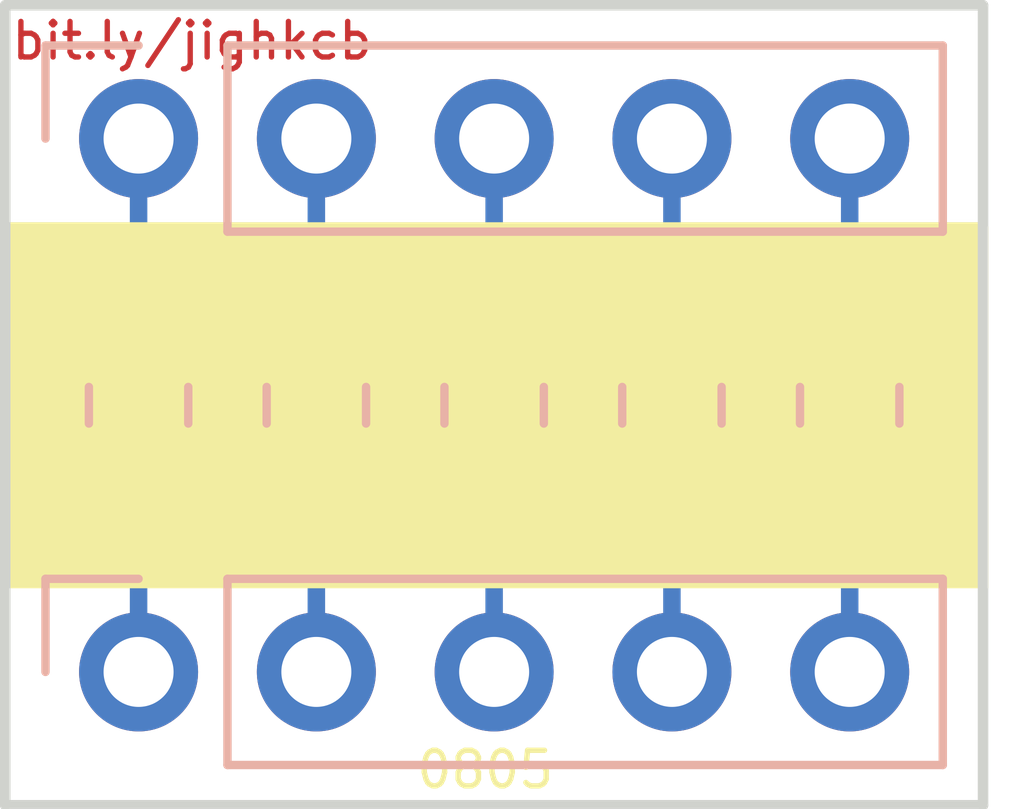
<source format=kicad_pcb>
(kicad_pcb (version 20171130) (host pcbnew 5.0.2-bee76a0~70~ubuntu18.04.1)

  (general
    (thickness 1.6)
    (drawings 7)
    (tracks 10)
    (zones 0)
    (modules 7)
    (nets 11)
  )

  (page A4)
  (layers
    (0 F.Cu signal)
    (31 B.Cu signal)
    (32 B.Adhes user)
    (33 F.Adhes user)
    (34 B.Paste user)
    (35 F.Paste user)
    (36 B.SilkS user)
    (37 F.SilkS user)
    (38 B.Mask user)
    (39 F.Mask user)
    (40 Dwgs.User user)
    (41 Cmts.User user)
    (42 Eco1.User user)
    (43 Eco2.User user)
    (44 Edge.Cuts user)
    (45 Margin user)
    (46 B.CrtYd user)
    (47 F.CrtYd user)
    (48 B.Fab user)
    (49 F.Fab user)
  )

  (setup
    (last_trace_width 0.25)
    (trace_clearance 0.2)
    (zone_clearance 0.508)
    (zone_45_only no)
    (trace_min 0.2)
    (segment_width 0.127)
    (edge_width 0.15)
    (via_size 0.8)
    (via_drill 0.4)
    (via_min_size 0.4)
    (via_min_drill 0.3)
    (uvia_size 0.3)
    (uvia_drill 0.1)
    (uvias_allowed no)
    (uvia_min_size 0.2)
    (uvia_min_drill 0.1)
    (pcb_text_width 0.3)
    (pcb_text_size 1.5 1.5)
    (mod_edge_width 0.15)
    (mod_text_size 1 1)
    (mod_text_width 0.15)
    (pad_size 1.7 1.7)
    (pad_drill 1)
    (pad_to_mask_clearance 0.051)
    (solder_mask_min_width 0.25)
    (aux_axis_origin 0 0)
    (visible_elements FFFFFF7F)
    (pcbplotparams
      (layerselection 0x010f0_ffffffff)
      (usegerberextensions false)
      (usegerberattributes false)
      (usegerberadvancedattributes false)
      (creategerberjobfile false)
      (excludeedgelayer true)
      (linewidth 0.100000)
      (plotframeref false)
      (viasonmask false)
      (mode 1)
      (useauxorigin false)
      (hpglpennumber 1)
      (hpglpenspeed 20)
      (hpglpendiameter 15.000000)
      (psnegative false)
      (psa4output false)
      (plotreference true)
      (plotvalue true)
      (plotinvisibletext false)
      (padsonsilk false)
      (subtractmaskfromsilk false)
      (outputformat 1)
      (mirror false)
      (drillshape 0)
      (scaleselection 1)
      (outputdirectory "sot89-5/"))
  )

  (net 0 "")
  (net 1 "Net-(J10-Pad1)")
  (net 2 "Net-(J10-Pad2)")
  (net 3 "Net-(J10-Pad3)")
  (net 4 "Net-(J10-Pad4)")
  (net 5 "Net-(J10-Pad5)")
  (net 6 "Net-(J13-Pad5)")
  (net 7 "Net-(J13-Pad4)")
  (net 8 "Net-(J13-Pad3)")
  (net 9 "Net-(J13-Pad2)")
  (net 10 "Net-(J13-Pad1)")

  (net_class Default "This is the default net class."
    (clearance 0.2)
    (trace_width 0.25)
    (via_dia 0.8)
    (via_drill 0.4)
    (uvia_dia 0.3)
    (uvia_drill 0.1)
    (add_net "Net-(J10-Pad1)")
    (add_net "Net-(J10-Pad2)")
    (add_net "Net-(J10-Pad3)")
    (add_net "Net-(J10-Pad4)")
    (add_net "Net-(J10-Pad5)")
    (add_net "Net-(J13-Pad1)")
    (add_net "Net-(J13-Pad2)")
    (add_net "Net-(J13-Pad3)")
    (add_net "Net-(J13-Pad4)")
    (add_net "Net-(J13-Pad5)")
  )

  (module Resistor_SMD:R_0805_2012Metric_Pad1.15x1.40mm_HandSolder (layer B.Cu) (tedit 5B36C52B) (tstamp 5C8BB30A)
    (at 27.94 43.815 270)
    (descr "Resistor SMD 0805 (2012 Metric), square (rectangular) end terminal, IPC_7351 nominal with elongated pad for handsoldering. (Body size source: https://docs.google.com/spreadsheets/d/1BsfQQcO9C6DZCsRaXUlFlo91Tg2WpOkGARC1WS5S8t0/edit?usp=sharing), generated with kicad-footprint-generator")
    (tags "resistor handsolder")
    (path /5C8A9602)
    (attr smd)
    (fp_text reference R7 (at -3.81 5.08 270) (layer B.SilkS) hide
      (effects (font (size 1 1) (thickness 0.15)) (justify mirror))
    )
    (fp_text value R (at 0 -1.65 270) (layer B.Fab)
      (effects (font (size 1 1) (thickness 0.15)) (justify mirror))
    )
    (fp_text user %R (at 0 0 270) (layer B.Fab)
      (effects (font (size 0.5 0.5) (thickness 0.08)) (justify mirror))
    )
    (fp_line (start 1.85 -0.95) (end -1.85 -0.95) (layer B.CrtYd) (width 0.05))
    (fp_line (start 1.85 0.95) (end 1.85 -0.95) (layer B.CrtYd) (width 0.05))
    (fp_line (start -1.85 0.95) (end 1.85 0.95) (layer B.CrtYd) (width 0.05))
    (fp_line (start -1.85 -0.95) (end -1.85 0.95) (layer B.CrtYd) (width 0.05))
    (fp_line (start -0.261252 -0.71) (end 0.261252 -0.71) (layer B.SilkS) (width 0.12))
    (fp_line (start -0.261252 0.71) (end 0.261252 0.71) (layer B.SilkS) (width 0.12))
    (fp_line (start 1 -0.6) (end -1 -0.6) (layer B.Fab) (width 0.1))
    (fp_line (start 1 0.6) (end 1 -0.6) (layer B.Fab) (width 0.1))
    (fp_line (start -1 0.6) (end 1 0.6) (layer B.Fab) (width 0.1))
    (fp_line (start -1 -0.6) (end -1 0.6) (layer B.Fab) (width 0.1))
    (pad 2 smd roundrect (at 1.025 0 270) (size 1.15 1.4) (layers B.Cu B.Paste B.Mask) (roundrect_rratio 0.217391)
      (net 9 "Net-(J13-Pad2)"))
    (pad 1 smd roundrect (at -1.025 0 270) (size 1.15 1.4) (layers B.Cu B.Paste B.Mask) (roundrect_rratio 0.217391)
      (net 2 "Net-(J10-Pad2)"))
    (model ${KISYS3DMOD}/Resistor_SMD.3dshapes/R_0805_2012Metric.wrl
      (at (xyz 0 0 0))
      (scale (xyz 1 1 1))
      (rotate (xyz 0 0 0))
    )
  )

  (module Resistor_SMD:R_0805_2012Metric_Pad1.15x1.40mm_HandSolder (layer B.Cu) (tedit 5B36C52B) (tstamp 5C8BB32C)
    (at 33.02 43.815 270)
    (descr "Resistor SMD 0805 (2012 Metric), square (rectangular) end terminal, IPC_7351 nominal with elongated pad for handsoldering. (Body size source: https://docs.google.com/spreadsheets/d/1BsfQQcO9C6DZCsRaXUlFlo91Tg2WpOkGARC1WS5S8t0/edit?usp=sharing), generated with kicad-footprint-generator")
    (tags "resistor handsolder")
    (path /5C8A9610)
    (attr smd)
    (fp_text reference R9 (at 0 1.65 270) (layer B.SilkS) hide
      (effects (font (size 1 1) (thickness 0.15)) (justify mirror))
    )
    (fp_text value R (at 0 -1.65 270) (layer B.Fab)
      (effects (font (size 1 1) (thickness 0.15)) (justify mirror))
    )
    (fp_text user %R (at 0 0 270) (layer B.Fab)
      (effects (font (size 0.5 0.5) (thickness 0.08)) (justify mirror))
    )
    (fp_line (start 1.85 -0.95) (end -1.85 -0.95) (layer B.CrtYd) (width 0.05))
    (fp_line (start 1.85 0.95) (end 1.85 -0.95) (layer B.CrtYd) (width 0.05))
    (fp_line (start -1.85 0.95) (end 1.85 0.95) (layer B.CrtYd) (width 0.05))
    (fp_line (start -1.85 -0.95) (end -1.85 0.95) (layer B.CrtYd) (width 0.05))
    (fp_line (start -0.261252 -0.71) (end 0.261252 -0.71) (layer B.SilkS) (width 0.12))
    (fp_line (start -0.261252 0.71) (end 0.261252 0.71) (layer B.SilkS) (width 0.12))
    (fp_line (start 1 -0.6) (end -1 -0.6) (layer B.Fab) (width 0.1))
    (fp_line (start 1 0.6) (end 1 -0.6) (layer B.Fab) (width 0.1))
    (fp_line (start -1 0.6) (end 1 0.6) (layer B.Fab) (width 0.1))
    (fp_line (start -1 -0.6) (end -1 0.6) (layer B.Fab) (width 0.1))
    (pad 2 smd roundrect (at 1.025 0 270) (size 1.15 1.4) (layers B.Cu B.Paste B.Mask) (roundrect_rratio 0.217391)
      (net 7 "Net-(J13-Pad4)"))
    (pad 1 smd roundrect (at -1.025 0 270) (size 1.15 1.4) (layers B.Cu B.Paste B.Mask) (roundrect_rratio 0.217391)
      (net 4 "Net-(J10-Pad4)"))
    (model ${KISYS3DMOD}/Resistor_SMD.3dshapes/R_0805_2012Metric.wrl
      (at (xyz 0 0 0))
      (scale (xyz 1 1 1))
      (rotate (xyz 0 0 0))
    )
  )

  (module Resistor_SMD:R_0805_2012Metric_Pad1.15x1.40mm_HandSolder (layer B.Cu) (tedit 5B36C52B) (tstamp 5C8BB33D)
    (at 35.56 43.815 270)
    (descr "Resistor SMD 0805 (2012 Metric), square (rectangular) end terminal, IPC_7351 nominal with elongated pad for handsoldering. (Body size source: https://docs.google.com/spreadsheets/d/1BsfQQcO9C6DZCsRaXUlFlo91Tg2WpOkGARC1WS5S8t0/edit?usp=sharing), generated with kicad-footprint-generator")
    (tags "resistor handsolder")
    (path /5C8A9617)
    (attr smd)
    (fp_text reference R10 (at 0 1.65 270) (layer B.SilkS) hide
      (effects (font (size 1 1) (thickness 0.15)) (justify mirror))
    )
    (fp_text value R (at 0 -1.65 270) (layer B.Fab)
      (effects (font (size 1 1) (thickness 0.15)) (justify mirror))
    )
    (fp_text user %R (at 0 0 270) (layer B.Fab)
      (effects (font (size 0.5 0.5) (thickness 0.08)) (justify mirror))
    )
    (fp_line (start 1.85 -0.95) (end -1.85 -0.95) (layer B.CrtYd) (width 0.05))
    (fp_line (start 1.85 0.95) (end 1.85 -0.95) (layer B.CrtYd) (width 0.05))
    (fp_line (start -1.85 0.95) (end 1.85 0.95) (layer B.CrtYd) (width 0.05))
    (fp_line (start -1.85 -0.95) (end -1.85 0.95) (layer B.CrtYd) (width 0.05))
    (fp_line (start -0.261252 -0.71) (end 0.261252 -0.71) (layer B.SilkS) (width 0.12))
    (fp_line (start -0.261252 0.71) (end 0.261252 0.71) (layer B.SilkS) (width 0.12))
    (fp_line (start 1 -0.6) (end -1 -0.6) (layer B.Fab) (width 0.1))
    (fp_line (start 1 0.6) (end 1 -0.6) (layer B.Fab) (width 0.1))
    (fp_line (start -1 0.6) (end 1 0.6) (layer B.Fab) (width 0.1))
    (fp_line (start -1 -0.6) (end -1 0.6) (layer B.Fab) (width 0.1))
    (pad 2 smd roundrect (at 1.025 0 270) (size 1.15 1.4) (layers B.Cu B.Paste B.Mask) (roundrect_rratio 0.217391)
      (net 6 "Net-(J13-Pad5)"))
    (pad 1 smd roundrect (at -1.025 0 270) (size 1.15 1.4) (layers B.Cu B.Paste B.Mask) (roundrect_rratio 0.217391)
      (net 5 "Net-(J10-Pad5)"))
    (model ${KISYS3DMOD}/Resistor_SMD.3dshapes/R_0805_2012Metric.wrl
      (at (xyz 0 0 0))
      (scale (xyz 1 1 1))
      (rotate (xyz 0 0 0))
    )
  )

  (module Connector_PinHeader_2.54mm:PinHeader_1x05_P2.54mm_Vertical (layer B.Cu) (tedit 5C82B53C) (tstamp 5C8BB097)
    (at 25.4 40.005 270)
    (descr "Through hole straight pin header, 1x05, 2.54mm pitch, single row")
    (tags "Through hole pin header THT 1x05 2.54mm single row")
    (path /5C8A95ED)
    (fp_text reference J10 (at 0 2.33 270) (layer B.SilkS) hide
      (effects (font (size 1 1) (thickness 0.15)) (justify mirror))
    )
    (fp_text value Conn_01x05_Male (at 0 -12.49 270) (layer B.Fab) hide
      (effects (font (size 1 1) (thickness 0.15)) (justify mirror))
    )
    (fp_text user %R (at 0 -5.08 180) (layer B.Fab)
      (effects (font (size 1 1) (thickness 0.15)) (justify mirror))
    )
    (fp_line (start 1.8 1.8) (end -1.8 1.8) (layer B.CrtYd) (width 0.05))
    (fp_line (start 1.8 -11.95) (end 1.8 1.8) (layer B.CrtYd) (width 0.05))
    (fp_line (start -1.8 -11.95) (end 1.8 -11.95) (layer B.CrtYd) (width 0.05))
    (fp_line (start -1.8 1.8) (end -1.8 -11.95) (layer B.CrtYd) (width 0.05))
    (fp_line (start -1.33 1.33) (end 0 1.33) (layer B.SilkS) (width 0.12))
    (fp_line (start -1.33 0) (end -1.33 1.33) (layer B.SilkS) (width 0.12))
    (fp_line (start -1.33 -1.27) (end 1.33 -1.27) (layer B.SilkS) (width 0.12))
    (fp_line (start 1.33 -1.27) (end 1.33 -11.49) (layer B.SilkS) (width 0.12))
    (fp_line (start -1.33 -1.27) (end -1.33 -11.49) (layer B.SilkS) (width 0.12))
    (fp_line (start -1.33 -11.49) (end 1.33 -11.49) (layer B.SilkS) (width 0.12))
    (fp_line (start -1.27 0.635) (end -0.635 1.27) (layer B.Fab) (width 0.1))
    (fp_line (start -1.27 -11.43) (end -1.27 0.635) (layer B.Fab) (width 0.1))
    (fp_line (start 1.27 -11.43) (end -1.27 -11.43) (layer B.Fab) (width 0.1))
    (fp_line (start 1.27 1.27) (end 1.27 -11.43) (layer B.Fab) (width 0.1))
    (fp_line (start -0.635 1.27) (end 1.27 1.27) (layer B.Fab) (width 0.1))
    (pad 5 thru_hole oval (at 0 -10.16 270) (size 1.7 1.7) (drill 1) (layers *.Cu *.Mask)
      (net 5 "Net-(J10-Pad5)"))
    (pad 4 thru_hole oval (at 0 -7.62 270) (size 1.7 1.7) (drill 1) (layers *.Cu *.Mask)
      (net 4 "Net-(J10-Pad4)"))
    (pad 3 thru_hole oval (at 0 -5.08 270) (size 1.7 1.7) (drill 1) (layers *.Cu *.Mask)
      (net 3 "Net-(J10-Pad3)"))
    (pad 2 thru_hole oval (at 0 -2.54 270) (size 1.7 1.7) (drill 1) (layers *.Cu *.Mask)
      (net 2 "Net-(J10-Pad2)"))
    (pad 1 thru_hole circle (at 0 0 270) (size 1.7 1.7) (drill 1) (layers *.Cu *.Mask)
      (net 1 "Net-(J10-Pad1)"))
    (model ${KISYS3DMOD}/Connector_PinHeader_2.54mm.3dshapes/PinHeader_1x05_P2.54mm_Vertical.wrl
      (at (xyz 0 0 0))
      (scale (xyz 1 1 1))
      (rotate (xyz 0 0 0))
    )
  )

  (module Resistor_SMD:R_0805_2012Metric_Pad1.15x1.40mm_HandSolder (layer B.Cu) (tedit 5B36C52B) (tstamp 5C8BB31B)
    (at 30.48 43.815 270)
    (descr "Resistor SMD 0805 (2012 Metric), square (rectangular) end terminal, IPC_7351 nominal with elongated pad for handsoldering. (Body size source: https://docs.google.com/spreadsheets/d/1BsfQQcO9C6DZCsRaXUlFlo91Tg2WpOkGARC1WS5S8t0/edit?usp=sharing), generated with kicad-footprint-generator")
    (tags "resistor handsolder")
    (path /5C8A9609)
    (attr smd)
    (fp_text reference R8 (at 0 1.65 270) (layer B.SilkS) hide
      (effects (font (size 1 1) (thickness 0.15)) (justify mirror))
    )
    (fp_text value R (at 0 -1.65 270) (layer B.Fab)
      (effects (font (size 1 1) (thickness 0.15)) (justify mirror))
    )
    (fp_text user %R (at 0 0 270) (layer B.Fab)
      (effects (font (size 0.5 0.5) (thickness 0.08)) (justify mirror))
    )
    (fp_line (start 1.85 -0.95) (end -1.85 -0.95) (layer B.CrtYd) (width 0.05))
    (fp_line (start 1.85 0.95) (end 1.85 -0.95) (layer B.CrtYd) (width 0.05))
    (fp_line (start -1.85 0.95) (end 1.85 0.95) (layer B.CrtYd) (width 0.05))
    (fp_line (start -1.85 -0.95) (end -1.85 0.95) (layer B.CrtYd) (width 0.05))
    (fp_line (start -0.261252 -0.71) (end 0.261252 -0.71) (layer B.SilkS) (width 0.12))
    (fp_line (start -0.261252 0.71) (end 0.261252 0.71) (layer B.SilkS) (width 0.12))
    (fp_line (start 1 -0.6) (end -1 -0.6) (layer B.Fab) (width 0.1))
    (fp_line (start 1 0.6) (end 1 -0.6) (layer B.Fab) (width 0.1))
    (fp_line (start -1 0.6) (end 1 0.6) (layer B.Fab) (width 0.1))
    (fp_line (start -1 -0.6) (end -1 0.6) (layer B.Fab) (width 0.1))
    (pad 2 smd roundrect (at 1.025 0 270) (size 1.15 1.4) (layers B.Cu B.Paste B.Mask) (roundrect_rratio 0.217391)
      (net 8 "Net-(J13-Pad3)"))
    (pad 1 smd roundrect (at -1.025 0 270) (size 1.15 1.4) (layers B.Cu B.Paste B.Mask) (roundrect_rratio 0.217391)
      (net 3 "Net-(J10-Pad3)"))
    (model ${KISYS3DMOD}/Resistor_SMD.3dshapes/R_0805_2012Metric.wrl
      (at (xyz 0 0 0))
      (scale (xyz 1 1 1))
      (rotate (xyz 0 0 0))
    )
  )

  (module Connector_PinHeader_2.54mm:PinHeader_1x05_P2.54mm_Vertical (layer B.Cu) (tedit 5C82B545) (tstamp 5C8BB0E1)
    (at 25.4 47.625 270)
    (descr "Through hole straight pin header, 1x05, 2.54mm pitch, single row")
    (tags "Through hole pin header THT 1x05 2.54mm single row")
    (path /5C8A95F4)
    (fp_text reference J13 (at 0 2.33 270) (layer B.SilkS) hide
      (effects (font (size 1 1) (thickness 0.15)) (justify mirror))
    )
    (fp_text value Conn_01x05_Male (at 0 -12.49 270) (layer B.Fab) hide
      (effects (font (size 1 1) (thickness 0.15)) (justify mirror))
    )
    (fp_text user %R (at 0 -5.08 180) (layer B.Fab)
      (effects (font (size 1 1) (thickness 0.15)) (justify mirror))
    )
    (fp_line (start 1.8 1.8) (end -1.8 1.8) (layer B.CrtYd) (width 0.05))
    (fp_line (start 1.8 -11.95) (end 1.8 1.8) (layer B.CrtYd) (width 0.05))
    (fp_line (start -1.8 -11.95) (end 1.8 -11.95) (layer B.CrtYd) (width 0.05))
    (fp_line (start -1.8 1.8) (end -1.8 -11.95) (layer B.CrtYd) (width 0.05))
    (fp_line (start -1.33 1.33) (end 0 1.33) (layer B.SilkS) (width 0.12))
    (fp_line (start -1.33 0) (end -1.33 1.33) (layer B.SilkS) (width 0.12))
    (fp_line (start -1.33 -1.27) (end 1.33 -1.27) (layer B.SilkS) (width 0.12))
    (fp_line (start 1.33 -1.27) (end 1.33 -11.49) (layer B.SilkS) (width 0.12))
    (fp_line (start -1.33 -1.27) (end -1.33 -11.49) (layer B.SilkS) (width 0.12))
    (fp_line (start -1.33 -11.49) (end 1.33 -11.49) (layer B.SilkS) (width 0.12))
    (fp_line (start -1.27 0.635) (end -0.635 1.27) (layer B.Fab) (width 0.1))
    (fp_line (start -1.27 -11.43) (end -1.27 0.635) (layer B.Fab) (width 0.1))
    (fp_line (start 1.27 -11.43) (end -1.27 -11.43) (layer B.Fab) (width 0.1))
    (fp_line (start 1.27 1.27) (end 1.27 -11.43) (layer B.Fab) (width 0.1))
    (fp_line (start -0.635 1.27) (end 1.27 1.27) (layer B.Fab) (width 0.1))
    (pad 5 thru_hole oval (at 0 -10.16 270) (size 1.7 1.7) (drill 1) (layers *.Cu *.Mask)
      (net 6 "Net-(J13-Pad5)"))
    (pad 4 thru_hole oval (at 0 -7.62 270) (size 1.7 1.7) (drill 1) (layers *.Cu *.Mask)
      (net 7 "Net-(J13-Pad4)"))
    (pad 3 thru_hole oval (at 0 -5.08 270) (size 1.7 1.7) (drill 1) (layers *.Cu *.Mask)
      (net 8 "Net-(J13-Pad3)"))
    (pad 2 thru_hole oval (at 0 -2.54 270) (size 1.7 1.7) (drill 1) (layers *.Cu *.Mask)
      (net 9 "Net-(J13-Pad2)"))
    (pad 1 thru_hole circle (at 0 0 270) (size 1.7 1.7) (drill 1) (layers *.Cu *.Mask)
      (net 10 "Net-(J13-Pad1)"))
    (model ${KISYS3DMOD}/Connector_PinHeader_2.54mm.3dshapes/PinHeader_1x05_P2.54mm_Vertical.wrl
      (at (xyz 0 0 0))
      (scale (xyz 1 1 1))
      (rotate (xyz 0 0 0))
    )
  )

  (module Resistor_SMD:R_0805_2012Metric_Pad1.15x1.40mm_HandSolder (layer B.Cu) (tedit 5B36C52B) (tstamp 5C8BB2F9)
    (at 25.4 43.815 270)
    (descr "Resistor SMD 0805 (2012 Metric), square (rectangular) end terminal, IPC_7351 nominal with elongated pad for handsoldering. (Body size source: https://docs.google.com/spreadsheets/d/1BsfQQcO9C6DZCsRaXUlFlo91Tg2WpOkGARC1WS5S8t0/edit?usp=sharing), generated with kicad-footprint-generator")
    (tags "resistor handsolder")
    (path /5C8A95FB)
    (attr smd)
    (fp_text reference R6 (at 0 1.65 270) (layer B.SilkS) hide
      (effects (font (size 1 1) (thickness 0.15)) (justify mirror))
    )
    (fp_text value R (at 0 -1.65 270) (layer B.Fab)
      (effects (font (size 1 1) (thickness 0.15)) (justify mirror))
    )
    (fp_text user %R (at 0 0 270) (layer B.Fab)
      (effects (font (size 0.5 0.5) (thickness 0.08)) (justify mirror))
    )
    (fp_line (start 1.85 -0.95) (end -1.85 -0.95) (layer B.CrtYd) (width 0.05))
    (fp_line (start 1.85 0.95) (end 1.85 -0.95) (layer B.CrtYd) (width 0.05))
    (fp_line (start -1.85 0.95) (end 1.85 0.95) (layer B.CrtYd) (width 0.05))
    (fp_line (start -1.85 -0.95) (end -1.85 0.95) (layer B.CrtYd) (width 0.05))
    (fp_line (start -0.261252 -0.71) (end 0.261252 -0.71) (layer B.SilkS) (width 0.12))
    (fp_line (start -0.261252 0.71) (end 0.261252 0.71) (layer B.SilkS) (width 0.12))
    (fp_line (start 1 -0.6) (end -1 -0.6) (layer B.Fab) (width 0.1))
    (fp_line (start 1 0.6) (end 1 -0.6) (layer B.Fab) (width 0.1))
    (fp_line (start -1 0.6) (end 1 0.6) (layer B.Fab) (width 0.1))
    (fp_line (start -1 -0.6) (end -1 0.6) (layer B.Fab) (width 0.1))
    (pad 2 smd roundrect (at 1.025 0 270) (size 1.15 1.4) (layers B.Cu B.Paste B.Mask) (roundrect_rratio 0.217391)
      (net 10 "Net-(J13-Pad1)"))
    (pad 1 smd roundrect (at -1.025 0 270) (size 1.15 1.4) (layers B.Cu B.Paste B.Mask) (roundrect_rratio 0.217391)
      (net 1 "Net-(J10-Pad1)"))
    (model ${KISYS3DMOD}/Resistor_SMD.3dshapes/R_0805_2012Metric.wrl
      (at (xyz 0 0 0))
      (scale (xyz 1 1 1))
      (rotate (xyz 0 0 0))
    )
  )

  (gr_line (start 23.495 49.53) (end 37.465 49.53) (layer Edge.Cuts) (width 0.15) (tstamp 5C8BD36B))
  (gr_text 0805 (at 30.353 49.022) (layer F.SilkS) (tstamp 5C8EE8AE)
    (effects (font (size 0.508 0.508) (thickness 0.0762)))
  )
  (gr_poly (pts (xy 23.495 41.275) (xy 37.465 41.275) (xy 37.465 46.355) (xy 23.495 46.355)) (layer F.SilkS) (width 0.15) (tstamp 5C83193A))
  (gr_line (start 37.465 49.53) (end 37.465 38.1) (layer Edge.Cuts) (width 0.15) (tstamp 5C8BD36F))
  (gr_line (start 23.495 38.1) (end 37.465 38.1) (layer Edge.Cuts) (width 0.15) (tstamp 5C8BD36B))
  (gr_line (start 23.495 49.53) (end 23.495 38.1) (layer Edge.Cuts) (width 0.15) (tstamp 5C8BD36F))
  (gr_text bit.ly/jighkcb (at 26.162 38.608) (layer F.Cu) (tstamp 5C832BED)
    (effects (font (size 0.508 0.508) (thickness 0.0762)))
  )

  (segment (start 25.4 42.79) (end 25.4 40.005) (width 0.25) (layer B.Cu) (net 1) (status 30))
  (segment (start 27.94 42.79) (end 27.94 40.005) (width 0.25) (layer B.Cu) (net 2) (status 30))
  (segment (start 30.48 42.79) (end 30.48 40.005) (width 0.25) (layer B.Cu) (net 3) (status 30))
  (segment (start 33.02 42.79) (end 33.02 40.005) (width 0.25) (layer B.Cu) (net 4))
  (segment (start 35.56 42.79) (end 35.56 40.005) (width 0.25) (layer B.Cu) (net 5))
  (segment (start 35.56 44.84) (end 35.56 47.625) (width 0.25) (layer B.Cu) (net 6))
  (segment (start 33.02 44.84) (end 33.02 47.625) (width 0.25) (layer B.Cu) (net 7))
  (segment (start 30.48 44.84) (end 30.48 47.625) (width 0.25) (layer B.Cu) (net 8) (status 30))
  (segment (start 27.94 44.84) (end 27.94 47.625) (width 0.25) (layer B.Cu) (net 9) (status 30))
  (segment (start 25.4 44.84) (end 25.4 47.625) (width 0.25) (layer B.Cu) (net 10) (status 30))

)

</source>
